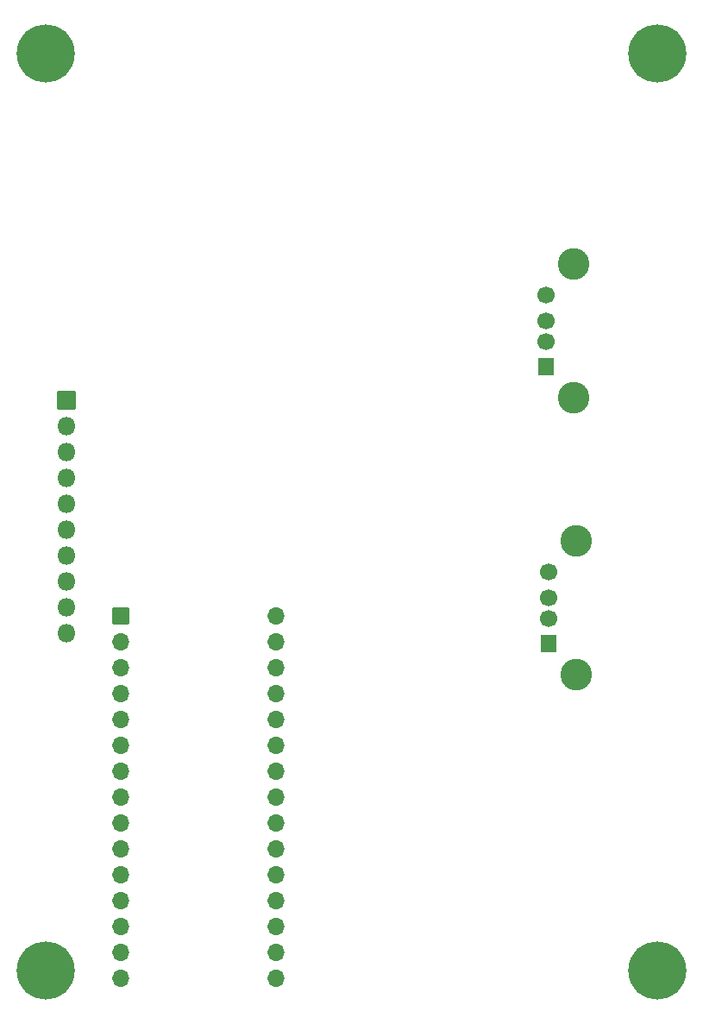
<source format=gbr>
%TF.GenerationSoftware,KiCad,Pcbnew,(6.0.4)*%
%TF.CreationDate,2023-07-24T13:42:22-04:00*%
%TF.ProjectId,BREAD_Slice,42524541-445f-4536-9c69-63652e6b6963,rev?*%
%TF.SameCoordinates,PX74eba40PY8552dc0*%
%TF.FileFunction,Soldermask,Top*%
%TF.FilePolarity,Negative*%
%FSLAX46Y46*%
G04 Gerber Fmt 4.6, Leading zero omitted, Abs format (unit mm)*
G04 Created by KiCad (PCBNEW (6.0.4)) date 2023-07-24 13:42:22*
%MOMM*%
%LPD*%
G01*
G04 APERTURE LIST*
G04 Aperture macros list*
%AMRoundRect*
0 Rectangle with rounded corners*
0 $1 Rounding radius*
0 $2 $3 $4 $5 $6 $7 $8 $9 X,Y pos of 4 corners*
0 Add a 4 corners polygon primitive as box body*
4,1,4,$2,$3,$4,$5,$6,$7,$8,$9,$2,$3,0*
0 Add four circle primitives for the rounded corners*
1,1,$1+$1,$2,$3*
1,1,$1+$1,$4,$5*
1,1,$1+$1,$6,$7*
1,1,$1+$1,$8,$9*
0 Add four rect primitives between the rounded corners*
20,1,$1+$1,$2,$3,$4,$5,0*
20,1,$1+$1,$4,$5,$6,$7,0*
20,1,$1+$1,$6,$7,$8,$9,0*
20,1,$1+$1,$8,$9,$2,$3,0*%
G04 Aperture macros list end*
%ADD10C,5.700000*%
%ADD11RoundRect,0.050000X-0.800000X-0.800000X0.800000X-0.800000X0.800000X0.800000X-0.800000X0.800000X0*%
%ADD12O,1.700000X1.700000*%
%ADD13RoundRect,0.050000X-0.850000X-0.850000X0.850000X-0.850000X0.850000X0.850000X-0.850000X0.850000X0*%
%ADD14O,1.800000X1.800000*%
%ADD15RoundRect,0.050000X0.750000X-0.800000X0.750000X0.800000X-0.750000X0.800000X-0.750000X-0.800000X0*%
%ADD16C,1.700000*%
%ADD17C,3.100000*%
G04 APERTURE END LIST*
D10*
%TO.C,H1*%
X5000000Y95000000D03*
%TD*%
%TO.C,H2*%
X65000000Y95000000D03*
%TD*%
%TO.C,H3*%
X5000000Y5000000D03*
%TD*%
%TO.C,H4*%
X65000000Y5000000D03*
%TD*%
D11*
%TO.C,A1*%
X12400000Y39800000D03*
D12*
X12400000Y37260000D03*
X12400000Y34720000D03*
X12400000Y32180000D03*
X12400000Y29640000D03*
X12400000Y27100000D03*
X12400000Y24560000D03*
X12400000Y22020000D03*
X12400000Y19480000D03*
X12400000Y16940000D03*
X12400000Y14400000D03*
X12400000Y11860000D03*
X12400000Y9320000D03*
X12400000Y6780000D03*
X12400000Y4240000D03*
X27640000Y4240000D03*
X27640000Y6780000D03*
X27640000Y9320000D03*
X27640000Y11860000D03*
X27640000Y14400000D03*
X27640000Y16940000D03*
X27640000Y19480000D03*
X27640000Y22020000D03*
X27640000Y24560000D03*
X27640000Y27100000D03*
X27640000Y29640000D03*
X27640000Y32180000D03*
X27640000Y34720000D03*
X27640000Y37260000D03*
X27640000Y39800000D03*
%TD*%
D13*
%TO.C,J1*%
X7000000Y61000000D03*
D14*
X7000000Y58460000D03*
X7000000Y55920000D03*
X7000000Y53380000D03*
X7000000Y50840000D03*
X7000000Y48300000D03*
X7000000Y45760000D03*
X7000000Y43220000D03*
X7000000Y40680000D03*
X7000000Y38140000D03*
%TD*%
D15*
%TO.C,J3*%
X54356000Y37084000D03*
D16*
X54356000Y39584000D03*
X54356000Y41584000D03*
X54356000Y44084000D03*
D17*
X57066000Y34014000D03*
X57066000Y47154000D03*
%TD*%
D15*
%TO.C,J2*%
X54102000Y64262000D03*
D16*
X54102000Y66762000D03*
X54102000Y68762000D03*
X54102000Y71262000D03*
D17*
X56812000Y61192000D03*
X56812000Y74332000D03*
%TD*%
M02*

</source>
